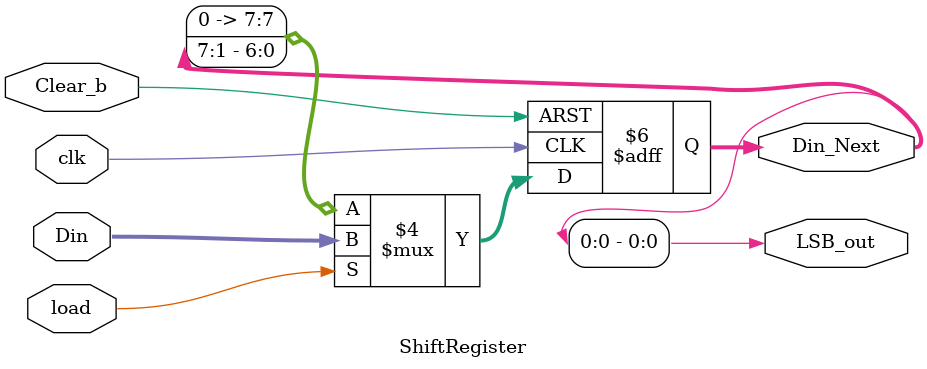
<source format=v>
`timescale 1ns / 1ps

module ShiftRegister (
    input [7:0] Din,
    input load,
    input clk,
    input Clear_b,
    output reg [7:0] Din_Next,
    output LSB_out
);

    always @(posedge clk or negedge Clear_b)
    begin
        if (Clear_b == 0) begin
            Din_Next <= 8'b00000000;
        end else if (load) begin
            Din_Next <= Din;
        end else begin
            Din_Next <= {1'b0, Din_Next[7:1]};
        end
    end

    assign LSB_out = Din_Next[0];

endmodule

</source>
